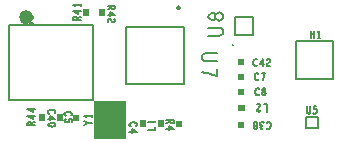
<source format=gto>
G04 ================== begin FILE IDENTIFICATION RECORD ==================*
G04 Layout Name:  TESTPCB.brd*
G04 Film Name:    SILKSCREEN_TOP*
G04 File Format:  Gerber RS274X*
G04 File Origin:  Cadence Allegro 16.6-P004*
G04 Origin Date:  Sun Jul 06 16:17:52 2014*
G04 *
G04 Layer:  REF DES/SILKSCREEN_TOP*
G04 Layer:  PACKAGE GEOMETRY/SILKSCREEN_TOP*
G04 Layer:  BOARD GEOMETRY/SILKSCREEN_TOP*
G04 *
G04 Offset:    (0.00 0.00)*
G04 Mirror:    No*
G04 Mode:      Positive*
G04 Rotation:  0*
G04 FullContactRelief:  No*
G04 UndefLineWidth:     5.00*
G04 ================== end FILE IDENTIFICATION RECORD ====================*
%FSLAX55Y55*MOIN*%
%IR0*IPPOS*OFA0.00000B0.00000*MIA0B0*SFA1.00000B1.00000*%
%ADD10C,.005*%
G75*
%LPD*%
G75*
G36*
G01X759441Y1697800D02*
G03I-2341J0D01*
G37*
G36*
G01X769300Y1665500D02*
X767300D01*
Y1663300D01*
X769300D01*
Y1665500D01*
G37*
G36*
G01X761600Y1663200D02*
X763600D01*
Y1665400D01*
X761600D01*
Y1663200D01*
G37*
G36*
G01X779700Y1657300D02*
X790400D01*
Y1669900D01*
X779700D01*
Y1657300D01*
G37*
G36*
G01X774800Y1665300D02*
X772800D01*
Y1663100D01*
X774800D01*
Y1665300D01*
G37*
G36*
G01X776200Y1698300D02*
X778200D01*
Y1700500D01*
X776200D01*
Y1698300D01*
G37*
G36*
G01X783300Y1700500D02*
X781300D01*
Y1698300D01*
X783300D01*
Y1700500D01*
G37*
G36*
G01X797000Y1663400D02*
X795000D01*
Y1661200D01*
X797000D01*
Y1663400D01*
G37*
G36*
G01X801000Y1661300D02*
X803000D01*
Y1663500D01*
X801000D01*
Y1661300D01*
G37*
G36*
G01X809200Y1663300D02*
X807200D01*
Y1661100D01*
X809200D01*
Y1663300D01*
G37*
G36*
G01X808706Y1700900D02*
G03I-806J0D01*
G37*
G36*
G01X829900Y1660700D02*
Y1662700D01*
X827700D01*
Y1660700D01*
X829900D01*
G37*
G36*
G01X830000Y1666400D02*
Y1668400D01*
X827800D01*
Y1666400D01*
X830000D01*
G37*
G36*
G01X827700Y1673700D02*
Y1671700D01*
X829900D01*
Y1673700D01*
X827700D01*
G37*
G36*
G01Y1678700D02*
Y1676700D01*
X829900D01*
Y1678700D01*
X827700D01*
G37*
G36*
G01Y1683700D02*
Y1681700D01*
X829900D01*
Y1683700D01*
X827700D01*
G37*
G36*
G01X826361Y1688400D02*
G03I-361J0D01*
G37*
G54D10*
G01X779300Y1670300D02*
Y1695200D01*
Y1695300D01*
X779200D01*
X751400D01*
Y1670300D01*
X779300D01*
G01X772192Y1665013D02*
X772317Y1665173D01*
X772400Y1665360D01*
Y1665573D01*
X772275Y1665813D01*
X772067Y1666000D01*
X771817Y1666133D01*
X771400Y1666240D01*
X771025Y1666267D01*
X770650Y1666213D01*
X770400Y1666133D01*
X770150Y1665973D01*
X769983Y1665787D01*
X769900Y1665600D01*
Y1665413D01*
X769983Y1665227D01*
X770108Y1665067D01*
X770275Y1664933D01*
G01Y1663987D02*
X770067Y1663827D01*
X769942Y1663640D01*
X769900Y1663400D01*
X769983Y1663160D01*
X770150Y1662973D01*
X770442Y1662840D01*
X770775Y1662813D01*
X771108Y1662867D01*
X771317Y1663000D01*
X771483Y1663187D01*
X771525Y1663373D01*
X771483Y1663560D01*
X771317Y1663800D01*
X772400Y1663720D01*
Y1663000D01*
G01X766692Y1665713D02*
X766817Y1665873D01*
X766900Y1666060D01*
Y1666273D01*
X766775Y1666513D01*
X766567Y1666700D01*
X766317Y1666833D01*
X765900Y1666940D01*
X765525Y1666967D01*
X765150Y1666913D01*
X764900Y1666833D01*
X764650Y1666673D01*
X764483Y1666487D01*
X764400Y1666300D01*
Y1666113D01*
X764483Y1665927D01*
X764608Y1665767D01*
X764775Y1665633D01*
G01X764400Y1663780D02*
X766900D01*
X765108Y1664767D01*
Y1663433D01*
G01X766900Y1661900D02*
X766817Y1662113D01*
X766608Y1662273D01*
X766358Y1662380D01*
X766025Y1662460D01*
X765650Y1662487D01*
X765275Y1662460D01*
X764942Y1662380D01*
X764692Y1662273D01*
X764483Y1662113D01*
X764400Y1661900D01*
X764483Y1661687D01*
X764692Y1661527D01*
X764942Y1661420D01*
X765275Y1661340D01*
X765650Y1661313D01*
X766025Y1661340D01*
X766358Y1661420D01*
X766608Y1661527D01*
X766817Y1661687D01*
X766900Y1661900D01*
G01X760000Y1661767D02*
X757500D01*
Y1662433D01*
X757625Y1662647D01*
X757792Y1662780D01*
X758125Y1662833D01*
X758458Y1662780D01*
X758667Y1662620D01*
X758792Y1662433D01*
Y1661767D01*
G01Y1662433D02*
X760000Y1662833D01*
G01Y1664820D02*
X757500D01*
X759292Y1663833D01*
Y1665167D01*
G01X760000Y1667020D02*
X757500D01*
X759292Y1666033D01*
Y1667367D01*
G01X756167Y1696400D02*
X756300Y1696150D01*
X756460Y1695983D01*
X756647Y1695900D01*
X756860Y1695983D01*
X757020Y1696150D01*
X757180Y1696400D01*
X757233Y1696733D01*
Y1698400D01*
G01X758393Y1697983D02*
X758553Y1698233D01*
X758740Y1698358D01*
X758953Y1698400D01*
X759220Y1698317D01*
X759407Y1698108D01*
X759460Y1697858D01*
X759433Y1697608D01*
X759327Y1697400D01*
X758793Y1696983D01*
X758553Y1696692D01*
X758393Y1696275D01*
X758340Y1695900D01*
X759460D01*
G01X779000Y1662500D02*
X777875D01*
X776500Y1661967D01*
G01Y1663033D02*
X777875Y1662500D01*
G01X779000Y1664700D02*
X776500D01*
X777000Y1664380D01*
G01X779000D02*
Y1665020D01*
G01X775300Y1696867D02*
X772800D01*
Y1697533D01*
X772925Y1697747D01*
X773092Y1697880D01*
X773425Y1697933D01*
X773758Y1697880D01*
X773967Y1697720D01*
X774092Y1697533D01*
Y1696867D01*
G01Y1697533D02*
X775300Y1697933D01*
G01Y1699920D02*
X772800D01*
X774592Y1698933D01*
Y1700267D01*
G01X775300Y1701800D02*
X772800D01*
X773300Y1701480D01*
G01X775300D02*
Y1702120D01*
G01X784300Y1701633D02*
X786800D01*
Y1700967D01*
X786675Y1700753D01*
X786508Y1700620D01*
X786175Y1700567D01*
X785842Y1700620D01*
X785633Y1700780D01*
X785508Y1700967D01*
Y1701633D01*
G01Y1700967D02*
X784300Y1700567D01*
G01Y1698580D02*
X786800D01*
X785008Y1699567D01*
Y1698233D01*
G01X786383Y1697207D02*
X786633Y1697047D01*
X786758Y1696860D01*
X786800Y1696647D01*
X786717Y1696380D01*
X786508Y1696193D01*
X786258Y1696140D01*
X786008Y1696167D01*
X785800Y1696273D01*
X785383Y1696807D01*
X785092Y1697047D01*
X784675Y1697207D01*
X784300Y1697260D01*
Y1696140D01*
G01X793892Y1661513D02*
X794017Y1661673D01*
X794100Y1661860D01*
Y1662073D01*
X793975Y1662313D01*
X793767Y1662500D01*
X793517Y1662633D01*
X793100Y1662740D01*
X792725Y1662767D01*
X792350Y1662713D01*
X792100Y1662633D01*
X791850Y1662473D01*
X791683Y1662287D01*
X791600Y1662100D01*
Y1661913D01*
X791683Y1661727D01*
X791808Y1661567D01*
X791975Y1661433D01*
G01X791600Y1659580D02*
X794100D01*
X792308Y1660567D01*
Y1659233D01*
G01X797700Y1660267D02*
X800200D01*
Y1661333D01*
G01Y1663000D02*
X797700D01*
X798200Y1662680D01*
G01X800200D02*
Y1663320D01*
G01X790350Y1694650D02*
Y1675350D01*
X809650D01*
Y1694650D01*
X790350D01*
G01X803900Y1663533D02*
X806400D01*
Y1662867D01*
X806275Y1662653D01*
X806108Y1662520D01*
X805775Y1662467D01*
X805442Y1662520D01*
X805233Y1662680D01*
X805108Y1662867D01*
Y1663533D01*
G01Y1662867D02*
X803900Y1662467D01*
G01Y1660480D02*
X806400D01*
X804608Y1661467D01*
Y1660133D01*
G01X820700Y1685793D02*
X817117D01*
X816367Y1685540D01*
X815867Y1685033D01*
X815700Y1684400D01*
X815867Y1683767D01*
X816367Y1683260D01*
X817117Y1683007D01*
X820700D01*
G01X815700Y1679427D02*
X816783Y1679300D01*
X817700Y1679110D01*
X818533Y1678857D01*
X819450Y1678540D01*
X820700Y1678033D01*
Y1680567D01*
G01X817900Y1691507D02*
X821483D01*
X822233Y1691760D01*
X822733Y1692267D01*
X822900Y1692900D01*
X822733Y1693533D01*
X822233Y1694040D01*
X821483Y1694293D01*
X817900D01*
G01X822900Y1698000D02*
X822817Y1698443D01*
X822567Y1698950D01*
X822150Y1699267D01*
X821567Y1699393D01*
X820983Y1699267D01*
X820483Y1698887D01*
X820233Y1698317D01*
Y1697683D01*
X820067Y1697303D01*
X819650Y1696987D01*
X819067Y1696860D01*
X818483Y1697050D01*
X818067Y1697493D01*
X817900Y1698000D01*
X818067Y1698507D01*
X818483Y1698950D01*
X819067Y1699140D01*
X819650Y1699013D01*
X820067Y1698697D01*
X820233Y1698317D01*
Y1697683D01*
X820483Y1697113D01*
X820983Y1696733D01*
X821567Y1696607D01*
X822150Y1696733D01*
X822567Y1697050D01*
X822817Y1697557D01*
X822900Y1698000D01*
G01X837413Y1660708D02*
X837573Y1660583D01*
X837760Y1660500D01*
X837973D01*
X838213Y1660625D01*
X838400Y1660833D01*
X838533Y1661083D01*
X838640Y1661500D01*
X838667Y1661875D01*
X838613Y1662250D01*
X838533Y1662500D01*
X838373Y1662750D01*
X838187Y1662917D01*
X838000Y1663000D01*
X837813D01*
X837627Y1662917D01*
X837467Y1662792D01*
X837333Y1662625D01*
G01X836387Y1662500D02*
X836227Y1662792D01*
X836013Y1662958D01*
X835773Y1663000D01*
X835560Y1662958D01*
X835347Y1662750D01*
X835213Y1662500D01*
X835187Y1662250D01*
X835240Y1661958D01*
X835427Y1661750D01*
X835613Y1661667D01*
X835853D01*
G01X835613D02*
X835453Y1661542D01*
X835320Y1661333D01*
X835267Y1661083D01*
X835320Y1660833D01*
X835453Y1660625D01*
X835693Y1660500D01*
X835933Y1660542D01*
X836173Y1660708D01*
G01X833600Y1663000D02*
X833413Y1662958D01*
X833200Y1662833D01*
X833067Y1662625D01*
X833013Y1662333D01*
X833067Y1662042D01*
X833227Y1661792D01*
X833467Y1661667D01*
X833733D01*
X833893Y1661583D01*
X834027Y1661375D01*
X834080Y1661083D01*
X834000Y1660792D01*
X833813Y1660583D01*
X833600Y1660500D01*
X833387Y1660583D01*
X833200Y1660792D01*
X833120Y1661083D01*
X833173Y1661375D01*
X833307Y1661583D01*
X833467Y1661667D01*
X833733D01*
X833973Y1661792D01*
X834133Y1662042D01*
X834187Y1662333D01*
X834133Y1662625D01*
X834000Y1662833D01*
X833787Y1662958D01*
X833600Y1663000D01*
G01X837433Y1666300D02*
Y1668800D01*
X836367D01*
G01X835207Y1666717D02*
X835047Y1666467D01*
X834860Y1666342D01*
X834647Y1666300D01*
X834380Y1666383D01*
X834193Y1666592D01*
X834140Y1666842D01*
X834167Y1667092D01*
X834273Y1667300D01*
X834807Y1667717D01*
X835047Y1668008D01*
X835207Y1668425D01*
X835260Y1668800D01*
X834140D01*
G01X834787Y1673992D02*
X834627Y1674117D01*
X834440Y1674200D01*
X834227D01*
X833987Y1674075D01*
X833800Y1673867D01*
X833667Y1673617D01*
X833560Y1673200D01*
X833533Y1672825D01*
X833587Y1672450D01*
X833667Y1672200D01*
X833827Y1671950D01*
X834013Y1671783D01*
X834200Y1671700D01*
X834387D01*
X834573Y1671783D01*
X834733Y1671908D01*
X834867Y1672075D01*
G01X836400Y1671700D02*
X836587Y1671742D01*
X836800Y1671867D01*
X836933Y1672075D01*
X836987Y1672367D01*
X836933Y1672658D01*
X836773Y1672908D01*
X836533Y1673033D01*
X836267D01*
X836107Y1673117D01*
X835973Y1673325D01*
X835920Y1673617D01*
X836000Y1673908D01*
X836187Y1674117D01*
X836400Y1674200D01*
X836613Y1674117D01*
X836800Y1673908D01*
X836880Y1673617D01*
X836827Y1673325D01*
X836693Y1673117D01*
X836533Y1673033D01*
X836267D01*
X836027Y1672908D01*
X835867Y1672658D01*
X835813Y1672367D01*
X835867Y1672075D01*
X836000Y1671867D01*
X836213Y1671742D01*
X836400Y1671700D01*
G01X834587Y1678992D02*
X834427Y1679117D01*
X834240Y1679200D01*
X834027D01*
X833787Y1679075D01*
X833600Y1678867D01*
X833467Y1678617D01*
X833360Y1678200D01*
X833333Y1677825D01*
X833387Y1677450D01*
X833467Y1677200D01*
X833627Y1676950D01*
X833813Y1676783D01*
X834000Y1676700D01*
X834187D01*
X834373Y1676783D01*
X834533Y1676908D01*
X834667Y1677075D01*
G01X836147Y1676700D02*
X836200Y1677242D01*
X836280Y1677700D01*
X836387Y1678117D01*
X836520Y1678575D01*
X836733Y1679200D01*
X835667D01*
G01X834087Y1683792D02*
X833927Y1683917D01*
X833740Y1684000D01*
X833527D01*
X833287Y1683875D01*
X833100Y1683667D01*
X832967Y1683417D01*
X832860Y1683000D01*
X832833Y1682625D01*
X832887Y1682250D01*
X832967Y1682000D01*
X833127Y1681750D01*
X833313Y1681583D01*
X833500Y1681500D01*
X833687D01*
X833873Y1681583D01*
X834033Y1681708D01*
X834167Y1681875D01*
G01X836020Y1681500D02*
Y1684000D01*
X835033Y1682208D01*
X836367D01*
G01X837393Y1683583D02*
X837553Y1683833D01*
X837740Y1683958D01*
X837953Y1684000D01*
X838220Y1683917D01*
X838407Y1683708D01*
X838460Y1683458D01*
X838433Y1683208D01*
X838327Y1683000D01*
X837793Y1682583D01*
X837553Y1682292D01*
X837393Y1681875D01*
X837340Y1681500D01*
X838460D01*
G01X832900Y1692000D02*
Y1698000D01*
X826900D01*
Y1692000D01*
X832900D01*
G01X847000Y1689700D02*
Y1677300D01*
X859400D01*
Y1689700D01*
X847000D01*
G01X850713Y1668100D02*
Y1666308D01*
X850820Y1665933D01*
X851033Y1665683D01*
X851300Y1665600D01*
X851567Y1665683D01*
X851780Y1665933D01*
X851887Y1666308D01*
Y1668100D01*
G01X852913Y1665975D02*
X853073Y1665767D01*
X853260Y1665642D01*
X853500Y1665600D01*
X853740Y1665683D01*
X853927Y1665850D01*
X854060Y1666142D01*
X854087Y1666475D01*
X854033Y1666808D01*
X853900Y1667017D01*
X853713Y1667183D01*
X853527Y1667225D01*
X853340Y1667183D01*
X853100Y1667017D01*
X853180Y1668100D01*
X853900D01*
G01X850500Y1664600D02*
Y1660700D01*
X854500D01*
Y1664600D01*
X850500D01*
G01X851940Y1690800D02*
Y1693300D01*
G01X853060D02*
Y1690800D01*
G01Y1692050D02*
X851940D01*
G01X854700Y1690800D02*
Y1693300D01*
X854380Y1692800D01*
G01Y1690800D02*
X855020D01*
M02*

</source>
